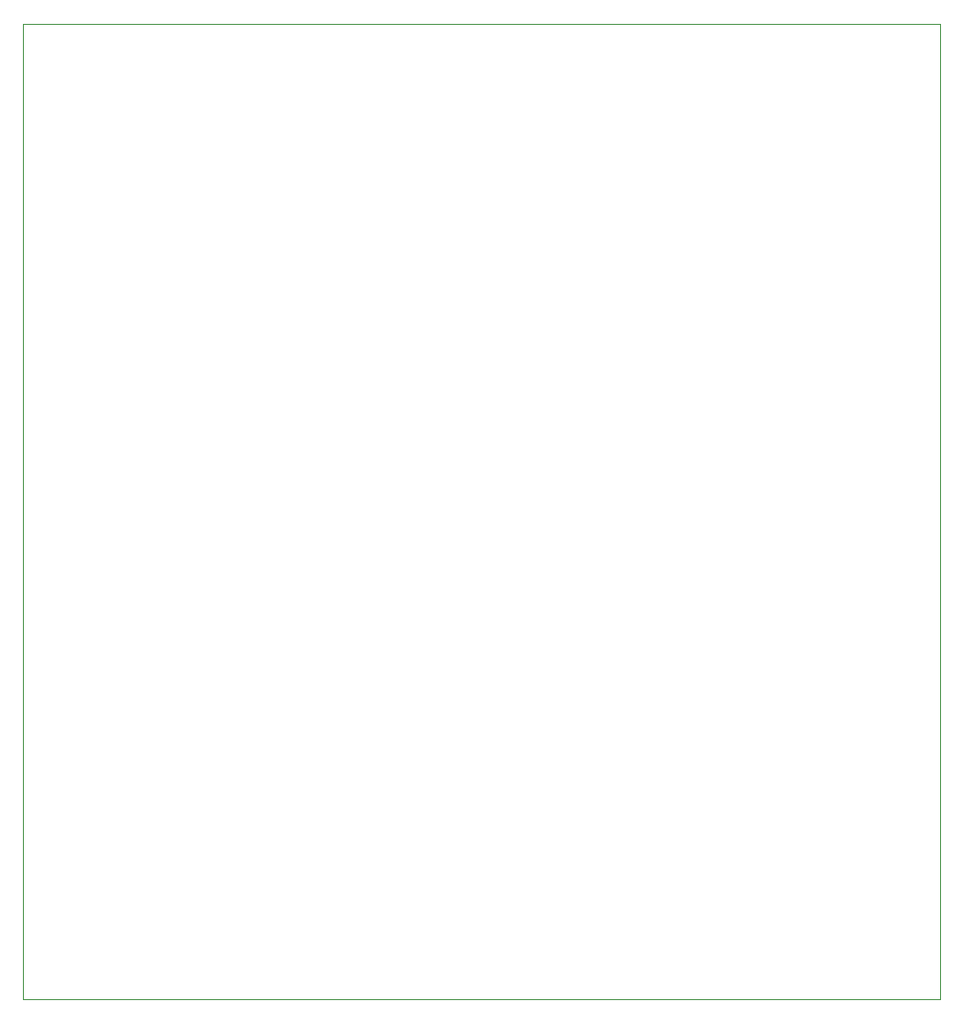
<source format=gbr>
%TF.GenerationSoftware,KiCad,Pcbnew,8.0.3*%
%TF.CreationDate,2024-06-21T15:52:04+03:00*%
%TF.ProjectId,pm,706d2e6b-6963-4616-945f-706362585858,rev?*%
%TF.SameCoordinates,Original*%
%TF.FileFunction,Profile,NP*%
%FSLAX46Y46*%
G04 Gerber Fmt 4.6, Leading zero omitted, Abs format (unit mm)*
G04 Created by KiCad (PCBNEW 8.0.3) date 2024-06-21 15:52:04*
%MOMM*%
%LPD*%
G01*
G04 APERTURE LIST*
%TA.AperFunction,Profile*%
%ADD10C,0.050000*%
%TD*%
G04 APERTURE END LIST*
D10*
X144780000Y-46990000D02*
X63500000Y-46990000D01*
X63500000Y-46990000D02*
X63500000Y-133350000D01*
X63500000Y-133350000D02*
X144780000Y-133350000D01*
X144780000Y-133350000D02*
X144780000Y-46990000D01*
M02*

</source>
